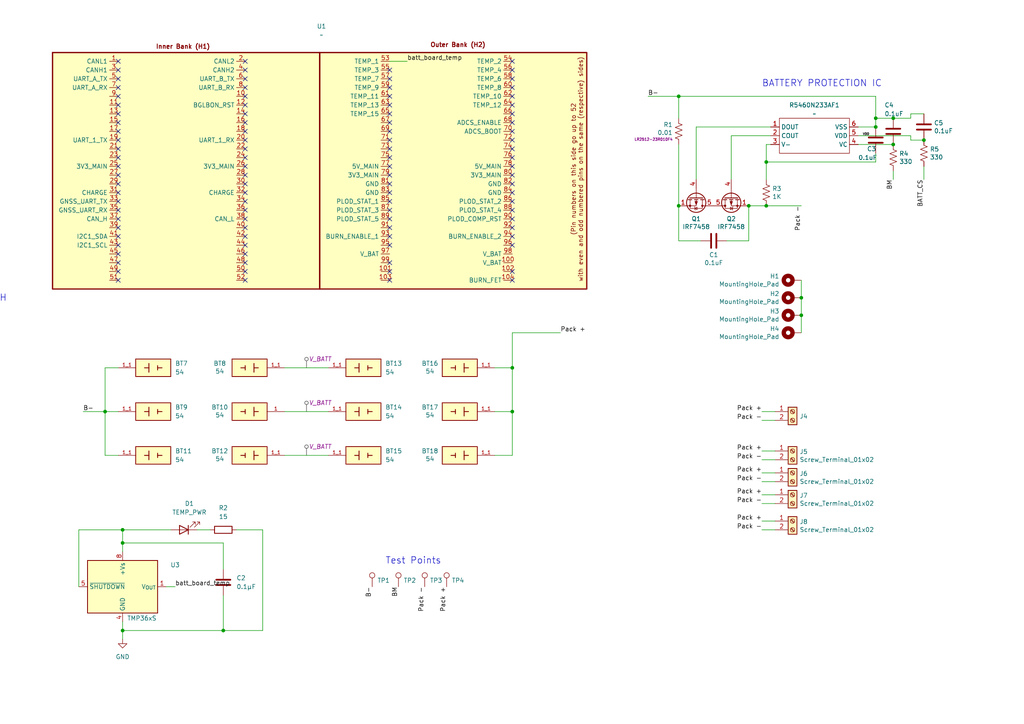
<source format=kicad_sch>
(kicad_sch (version 20231120) (generator "eeschema") (generator_version "8.0")
  (paper "A4")
  (lib_symbols
    (symbol "54 -- Battery clips:54" (pin_names (offset 1.016))
      (property "Reference" "BT" (at -5.08 3.302 0))
      (property "Value" "54" (at -5.08 -10.16 0))
      (symbol "54_0_0"
        (rectangle (start -5.08 2.54) (end 5.08 -2.54) (stroke (width 0.254)) (fill (type background)))
        (polyline (pts (xy -1.27 0) (xy -2.54 0)) (stroke (width 0.254)))
        (polyline (pts (xy -1.27 0) (xy -1.27 -1.27)) (stroke (width 0.254)))
        (polyline (pts (xy -1.27 1.27) (xy -1.27 0)) (stroke (width 0.254)))
        (polyline (pts (xy 1.27 0) (xy 1.27 -0.635)) (stroke (width 0.254)))
        (polyline (pts (xy 1.27 0) (xy 2.54 0)) (stroke (width 0.254)))
        (polyline (pts (xy 1.27 0.635) (xy 1.27 0)) (stroke (width 0.254)))
        (pin passive line (at -10.16 0 0) (length 5.08) (name "~") (number "1_1"))
      )
    )
    (symbol "54_1" (pin_names (offset 1.016))
      (property "Reference" "BT10" (at 8.636 -1.27 0))
      (property "Value" "54" (at 8.636 1.016 0))
      (symbol "54_1_0_0"
        (rectangle (start -5.08 2.54) (end 5.08 -2.54) (stroke (width 0.254)) (fill (type background)))
        (polyline (pts (xy -1.27 0) (xy -2.54 0)) (stroke (width 0.254)))
        (polyline (pts (xy -1.27 0) (xy -1.27 -1.27)) (stroke (width 0.254)))
        (polyline (pts (xy -1.27 1.27) (xy -1.27 0)) (stroke (width 0.254)))
        (polyline (pts (xy 1.27 0) (xy 1.27 -0.635)) (stroke (width 0.254)))
        (polyline (pts (xy 1.27 0) (xy 2.54 0)) (stroke (width 0.254)))
        (polyline (pts (xy 1.27 0.635) (xy 1.27 0)) (stroke (width 0.254)))
        (pin passive line (at -10.16 0 0) (length 5.08) (name "~") (number "1"))
      )
    )
    (symbol "Connector:Screw_Terminal_01x01" (pin_names (offset 1.016) hide)
      (property "Reference" "J" (at 0 2.54 0))
      (property "Value" "Screw_Terminal_01x01" (at 0 -2.54 0))
      (symbol "Screw_Terminal_01x01_1_1"
        (rectangle (start -1.27 1.27) (end 1.27 -1.27) (stroke (width 0.254)) (fill (type background)))
        (polyline (pts (xy -0.5334 0.3302) (xy 0.3302 -0.508)) (stroke (width 0.1524)))
        (polyline (pts (xy -0.3556 0.508) (xy 0.508 -0.3302)) (stroke (width 0.1524)))
        (circle (center 0 0) (radius 0.635) (stroke (width 0.1524)))
        (pin passive line (at -5.08 0 0) (length 3.81) (name "Pin_1") (number "1"))
      )
    )
    (symbol "Connector:Screw_Terminal_01x02" (pin_names (offset 1.016) hide)
      (property "Reference" "J" (at 0 2.54 0))
      (property "Value" "Screw_Terminal_01x02" (at 0 -5.08 0))
      (symbol "Screw_Terminal_01x02_1_1"
        (rectangle (start -1.27 1.27) (end 1.27 -3.81) (stroke (width 0.254)) (fill (type background)))
        (circle (center 0 -2.54) (radius 0.635) (stroke (width 0.1524)))
        (polyline (pts (xy -0.5334 -2.2098) (xy 0.3302 -3.048)) (stroke (width 0.1524)))
        (polyline (pts (xy -0.5334 0.3302) (xy 0.3302 -0.508)) (stroke (width 0.1524)))
        (polyline (pts (xy -0.3556 -2.032) (xy 0.508 -2.8702)) (stroke (width 0.1524)))
        (polyline (pts (xy -0.3556 0.508) (xy 0.508 -0.3302)) (stroke (width 0.1524)))
        (circle (center 0 0) (radius 0.635) (stroke (width 0.1524)))
        (pin passive line (at -5.08 0 0) (length 3.81) (name "Pin_1") (number "1"))
        (pin passive line (at -5.08 -2.54 0) (length 3.81) (name "Pin_2") (number "2"))
      )
    )
    (symbol "Connector:TestPoint" (pin_numbers hide) (pin_names (offset 0.762) hide)
      (property "Reference" "TP" (at 0 6.858 0))
      (property "Value" "TestPoint" (at 0 5.08 0))
      (symbol "TestPoint_0_1"
        (circle (center 0 3.302) (radius 0.762))
      )
      (symbol "TestPoint_1_1"
        (pin passive line (at 0 0 90) (length 2.54) (name "1") (number "1"))
      )
    )
    (symbol "Device:C" (pin_numbers hide) (pin_names (offset 0.254))
      (property "Reference" "C" (at 0.635 2.54 0))
      (property "Value" "C" (at 0.635 -2.54 0))
      (symbol "C_0_1"
        (polyline (pts (xy -2.032 -0.762) (xy 2.032 -0.762)) (stroke (width 0.508)))
        (polyline (pts (xy -2.032 0.762) (xy 2.032 0.762)) (stroke (width 0.508)))
      )
      (symbol "C_1_1"
        (pin passive line (at 0 3.81 270) (length 2.794) (name "~") (number "1"))
        (pin passive line (at 0 -3.81 90) (length 2.794) (name "~") (number "2"))
      )
    )
    (symbol "Device:LED" (pin_numbers hide) (pin_names (offset 1.016) hide)
      (property "Reference" "D" (at 0 2.54 0))
      (property "Value" "LED" (at 0 -2.54 0))
      (symbol "LED_0_1"
        (polyline (pts (xy -1.27 -1.27) (xy -1.27 1.27)) (stroke (width 0.254)))
        (polyline (pts (xy -1.27 0) (xy 1.27 0)))
        (polyline (pts (xy 1.27 -1.27) (xy 1.27 1.27) (xy -1.27 0) (xy 1.27 -1.27)) (stroke (width 0.254)))
        (polyline (pts (xy -3.048 -0.762) (xy -4.572 -2.286) (xy -3.81 -2.286) (xy -4.572 -2.286) (xy -4.572 -1.524)))
        (polyline (pts (xy -1.778 -0.762) (xy -3.302 -2.286) (xy -2.54 -2.286) (xy -3.302 -2.286) (xy -3.302 -1.524)))
      )
      (symbol "LED_1_1"
        (pin passive line (at -3.81 0 0) (length 2.54) (name "K") (number "1"))
        (pin passive line (at 3.81 0 180) (length 2.54) (name "A") (number "2"))
      )
    )
    (symbol "Device:R" (pin_numbers hide) (pin_names (offset 0))
      (property "Reference" "R" (at 2.032 0 90))
      (property "Value" "R" (at 0 0 90))
      (symbol "R_0_1"
        (rectangle (start -1.016 -2.54) (end 1.016 2.54) (stroke (width 0.254)))
      )
      (symbol "R_1_1"
        (pin passive line (at 0 3.81 270) (length 1.27) (name "~") (number "1"))
        (pin passive line (at 0 -3.81 90) (length 1.27) (name "~") (number "2"))
      )
    )
    (symbol "Device:R_US" (pin_numbers hide) (pin_names (offset 0))
      (property "Reference" "R" (at 2.54 0 90))
      (property "Value" "R_US" (at -2.54 0 90))
      (symbol "R_US_0_1"
        (polyline (pts (xy 0 -2.286) (xy 0 -2.54)))
        (polyline (pts (xy 0 2.286) (xy 0 2.54)))
        (polyline (pts (xy 0 -0.762) (xy 1.016 -1.143) (xy 0 -1.524) (xy -1.016 -1.905) (xy 0 -2.286)))
        (polyline (pts (xy 0 0.762) (xy 1.016 0.381) (xy 0 0) (xy -1.016 -0.381) (xy 0 -0.762)))
        (polyline (pts (xy 0 2.286) (xy 1.016 1.905) (xy 0 1.524) (xy -1.016 1.143) (xy 0 0.762)))
      )
      (symbol "R_US_1_1"
        (pin passive line (at 0 3.81 270) (length 1.27) (name "~") (number "1"))
        (pin passive line (at 0 -3.81 90) (length 1.27) (name "~") (number "2"))
      )
    )
    (symbol "Device:Thermistor" (pin_numbers hide) (pin_names (offset 0))
      (property "Reference" "TH" (at 2.54 1.27 90))
      (property "Value" "Thermistor" (at -2.54 0 90))
      (symbol "Thermistor_0_1"
        (rectangle (start -1.016 2.54) (end 1.016 -2.54) (stroke (width 0.2032)))
        (polyline (pts (xy -1.905 3.175) (xy -1.905 1.905) (xy 1.905 -1.905) (xy 1.905 -3.175) (xy 1.905 -3.175)) (stroke (width 0.254)))
      )
      (symbol "Thermistor_1_1"
        (pin passive line (at 0 5.08 270) (length 2.54) (name "~") (number "1"))
        (pin passive line (at 0 -5.08 90) (length 2.54) (name "~") (number "2"))
      )
    )
    (symbol "Mechanical:MountingHole_Pad" (pin_numbers hide) (pin_names (offset 1.016) hide) (exclude_from_sim yes) (in_bom no)
      (property "Reference" "H" (at 0 6.35 0))
      (property "Value" "MountingHole_Pad" (at 0 4.445 0))
      (symbol "MountingHole_Pad_0_1"
        (circle (center 0 1.27) (radius 1.27) (stroke (width 1.27)))
      )
      (symbol "MountingHole_Pad_1_1"
        (pin input line (at 0 -2.54 90) (length 2.54) (name "1") (number "1"))
      )
    )
    (symbol "NewSymbols:R5460N233AF"
      (property "Reference" "R5460N233AF" (at -0.254 7.112 0))
      (symbol "R5460N233AF_0_1"
        (polyline (pts (xy -10.16 5.08) (xy 10.16 5.08) (xy 10.16 -5.08) (xy -10.16 -5.08) (xy -10.16 5.08)))
      )
      (symbol "R5460N233AF_1_1"
        (pin input line (at -12.7 2.54 0) (length 2.54) (name "DOUT") (number "1"))
        (pin input line (at -12.7 0 0) (length 2.54) (name "COUT") (number "2"))
        (pin input line (at -12.7 -2.54 0) (length 2.54) (name "V-") (number "3"))
        (pin input line (at 12.7 -2.54 180) (length 2.54) (name "VC") (number "4"))
        (pin input line (at 12.7 0 180) (length 2.54) (name "VDD") (number "5"))
        (pin input line (at 12.7 2.54 180) (length 2.54) (name "VSS") (number "6"))
      )
    )
    (symbol "PC104:PCI104"
      (property "Reference" "U2" (at 75.946 73.152 0))
      (property "Value" "~" (at 77.47 73.66 0))
      (symbol "PCI104_1_0"
        (pin input line (at 55.88 55.88 180) (length 2.54) (name "") (number "10"))
        (pin input line (at 133.35 7.62 180) (length 2.54) (name "V_BAT") (number "100"))
        (pin input line (at 97.79 5.08 180) (length 2.54) (name "") (number "101"))
        (pin input line (at 133.35 5.08 180) (length 2.54) (name "") (number "102"))
        (pin input line (at 97.79 2.54 180) (length 2.54) (name "") (number "103"))
        (pin input line (at 133.35 2.54 180) (length 2.54) (name "BURN_FET") (number "104"))
        (pin input line (at 19.05 53.34 180) (length 2.54) (name "") (number "11"))
        (pin input line (at 55.88 53.34 180) (length 2.54) (name "BGLBON_RST") (number "12"))
        (pin input line (at 19.05 50.8 180) (length 2.54) (name "") (number "13"))
        (pin input line (at 55.88 50.8 180) (length 2.54) (name "") (number "14"))
        (pin input line (at 19.05 48.26 180) (length 2.54) (name "") (number "15"))
        (pin input line (at 55.88 48.26 180) (length 2.54) (name "") (number "16"))
        (pin input line (at 19.05 45.72 180) (length 2.54) (name "") (number "17"))
        (pin input line (at 55.88 45.72 180) (length 2.54) (name "") (number "18"))
        (pin input line (at 19.05 43.18 180) (length 2.54) (name "UART_1_TX") (number "19"))
        (pin input line (at 55.88 66.04 180) (length 2.54) (name "CANL2") (number "2"))
        (pin input line (at 55.88 43.18 180) (length 2.54) (name "UART_1_RX") (number "20"))
        (pin input line (at 19.05 40.64 180) (length 2.54) (name "") (number "21"))
        (pin input line (at 55.88 40.64 180) (length 2.54) (name "") (number "22"))
        (pin input line (at 19.05 38.1 180) (length 2.54) (name "") (number "23"))
        (pin input line (at 55.88 38.1 180) (length 2.54) (name "") (number "24"))
        (pin input line (at 19.05 35.56 180) (length 2.54) (name "3V3_MAIN") (number "25"))
        (pin input line (at 55.88 35.56 180) (length 2.54) (name "3V3_MAIN") (number "26"))
        (pin input line (at 19.05 33.02 180) (length 2.54) (name "") (number "27"))
        (pin input line (at 55.88 33.02 180) (length 2.54) (name "") (number "28"))
        (pin input line (at 19.05 30.48 180) (length 2.54) (name "") (number "29"))
        (pin input line (at 55.88 30.48 180) (length 2.54) (name "") (number "30"))
        (pin input line (at 19.05 27.94 180) (length 2.54) (name "CHARGE") (number "31"))
        (pin input line (at 55.88 27.94 180) (length 2.54) (name "CHARGE") (number "32"))
        (pin input line (at 19.05 25.4 180) (length 2.54) (name "GNSS_UART_TX") (number "33"))
        (pin input line (at 55.88 25.4 180) (length 2.54) (name "") (number "34"))
        (pin input line (at 19.05 22.86 180) (length 2.54) (name "GNSS_UART_RX") (number "35"))
        (pin input line (at 55.88 22.86 180) (length 2.54) (name "") (number "36"))
        (pin input line (at 19.05 20.32 180) (length 2.54) (name "CAN_H") (number "37"))
        (pin input line (at 55.88 20.32 180) (length 2.54) (name "CAN_L") (number "38"))
        (pin input line (at 19.05 17.78 180) (length 2.54) (name "") (number "39"))
        (pin input line (at 55.88 63.5 180) (length 2.54) (name "CANH2") (number "4"))
        (pin input line (at 55.88 17.78 180) (length 2.54) (name "") (number "40"))
        (pin input line (at 19.05 15.24 180) (length 2.54) (name "I2C1_SDA") (number "41"))
        (pin input line (at 55.88 15.24 180) (length 2.54) (name "") (number "42"))
        (pin input line (at 19.05 12.7 180) (length 2.54) (name "I2C1_SCL") (number "43"))
        (pin input line (at 55.88 12.7 180) (length 2.54) (name "") (number "44"))
        (pin input line (at 19.05 10.16 180) (length 2.54) (name "") (number "45"))
        (pin input line (at 55.88 10.16 180) (length 2.54) (name "") (number "46"))
        (pin input line (at 19.05 7.62 180) (length 2.54) (name "") (number "47"))
        (pin input line (at 55.88 7.62 180) (length 2.54) (name "") (number "48"))
        (pin input line (at 19.05 5.08 180) (length 2.54) (name "") (number "49"))
        (pin input line (at 19.05 60.96 180) (length 2.54) (name "UART_A_TX") (number "5"))
        (pin input line (at 55.88 5.08 180) (length 2.54) (name "") (number "50"))
        (pin input line (at 19.05 2.54 180) (length 2.54) (name "") (number "51"))
        (pin input line (at 55.88 2.54 180) (length 2.54) (name "") (number "52"))
        (pin input line (at 97.79 58.42 180) (length 2.54) (name "TEMP_9") (number "59"))
        (pin input line (at 55.88 60.96 180) (length 2.54) (name "UART_B_TX") (number "6"))
        (pin input line (at 133.35 58.42 180) (length 2.54) (name "TEMP_8") (number "60"))
        (pin input line (at 97.79 55.88 180) (length 2.54) (name "TEMP_11") (number "61"))
        (pin input line (at 133.35 55.88 180) (length 2.54) (name "TEMP_10") (number "62"))
        (pin input line (at 97.79 53.34 180) (length 2.54) (name "TEMP_13") (number "63"))
        (pin input line (at 133.35 53.34 180) (length 2.54) (name "TEMP_12") (number "64"))
        (pin input line (at 97.79 50.8 180) (length 2.54) (name "TEMP_15") (number "65"))
        (pin input line (at 133.35 50.8 180) (length 2.54) (name "") (number "66"))
        (pin input line (at 97.79 48.26 180) (length 2.54) (name "") (number "67"))
        (pin input line (at 133.35 48.26 180) (length 2.54) (name "ADCS_ENABLE") (number "68"))
        (pin input line (at 97.79 45.72 180) (length 2.54) (name "") (number "69"))
        (pin input line (at 19.05 58.42 180) (length 2.54) (name "UART_A_RX") (number "7"))
        (pin input line (at 133.35 45.72 180) (length 2.54) (name "ADCS_BOOT") (number "70"))
        (pin input line (at 97.79 43.18 180) (length 2.54) (name "") (number "71"))
        (pin input line (at 133.35 43.18 180) (length 2.54) (name "") (number "72"))
        (pin input line (at 97.79 40.64 180) (length 2.54) (name "") (number "73"))
        (pin input line (at 133.35 40.64 180) (length 2.54) (name "") (number "74"))
        (pin input line (at 97.79 38.1 180) (length 2.54) (name "") (number "75"))
        (pin input line (at 133.35 38.1 180) (length 2.54) (name "") (number "76"))
        (pin input line (at 97.79 35.56 180) (length 2.54) (name "5V_MAIN") (number "77"))
        (pin input line (at 133.35 35.56 180) (length 2.54) (name "5V_MAIN") (number "78"))
        (pin input line (at 97.79 33.02 180) (length 2.54) (name "3V3_MAIN") (number "79"))
        (pin input line (at 55.88 58.42 180) (length 2.54) (name "UART_B_RX") (number "8"))
        (pin input line (at 133.35 33.02 180) (length 2.54) (name "3V3_MAIN") (number "80"))
        (pin input line (at 97.79 30.48 180) (length 2.54) (name "GND") (number "81"))
        (pin input line (at 133.35 30.48 180) (length 2.54) (name "GND") (number "82"))
        (pin input line (at 97.79 27.94 180) (length 2.54) (name "GND") (number "83"))
        (pin input line (at 133.35 27.94 180) (length 2.54) (name "GND") (number "84"))
        (pin input line (at 97.79 25.4 180) (length 2.54) (name "PLOD_STAT_1") (number "85"))
        (pin input line (at 133.35 25.4 180) (length 2.54) (name "PLOD_STAT_2") (number "86"))
        (pin input line (at 97.79 22.86 180) (length 2.54) (name "PLOD_STAT_3") (number "87"))
        (pin input line (at 133.35 22.86 180) (length 2.54) (name "PLOD_STAT_4") (number "88"))
        (pin input line (at 97.79 20.32 180) (length 2.54) (name "PLOD_STAT_5") (number "89"))
        (pin input line (at 19.05 55.88 180) (length 2.54) (name "") (number "9"))
        (pin input line (at 133.35 20.32 180) (length 2.54) (name "PLOD_COMP_RST") (number "90"))
        (pin input line (at 97.79 17.78 180) (length 2.54) (name "") (number "91"))
        (pin input line (at 133.35 17.78 180) (length 2.54) (name "") (number "92"))
        (pin input line (at 97.79 15.24 180) (length 2.54) (name "BURN_ENABLE_1") (number "93"))
        (pin input line (at 133.35 15.24 180) (length 2.54) (name "BURN_ENABLE_2") (number "94"))
        (pin input line (at 97.79 12.7 180) (length 2.54) (name "") (number "95"))
        (pin input line (at 133.35 12.7 180) (length 2.54) (name "") (number "96"))
        (pin input line (at 97.79 10.16 180) (length 2.54) (name "V_BAT") (number "97"))
        (pin input line (at 133.35 10.16 180) (length 2.54) (name "V_BAT") (number "98"))
        (pin input line (at 97.79 7.62 180) (length 2.54) (name "") (number "99"))
      )
      (symbol "PCI104_1_1"
        (rectangle (start 0 68.58) (end 77.47 0) (stroke (width 0.381)) (fill (type background)))
        (rectangle (start 77.47 68.58) (end 154.94 0) (stroke (width 0.381)) (fill (type background)))
        (text "(Pin numbers on this side go up to 52\nwith even and odd numbered pins on the same (respective) sides)\n\n" (at 153.162 34.798 900) (effects (font (size 1.27 1.27))))
        (text "Inner Bank (H1)" (at 37.846 70.358 0) (effects (font (size 1.27 1.27) (bold yes))))
        (text "Outer Bank (H2)" (at 117.602 70.866 0) (effects (font (size 1.27 1.27) (bold yes))))
        (pin input line (at 19.05 66.04 180) (length 2.54) (name "CANL1") (number "1"))
        (pin input line (at 19.05 63.5 180) (length 2.54) (name "CANH1") (number "3"))
        (pin input line (at 97.79 66.04 180) (length 2.54) (name "TEMP_1") (number "53"))
        (pin input line (at 133.35 66.04 180) (length 2.54) (name "TEMP_2") (number "54"))
        (pin input line (at 97.79 63.5 180) (length 2.54) (name "TEMP_3") (number "55"))
        (pin input line (at 133.35 63.5 180) (length 2.54) (name "TEMP_4") (number "56"))
        (pin input line (at 97.79 60.96 180) (length 2.54) (name "TEMP_7") (number "57"))
        (pin input line (at 133.35 60.96 180) (length 2.54) (name "TEMP_6") (number "58"))
      )
    )
    (symbol "Sensor_Temperature:TMP36xS"
      (property "Reference" "U" (at -8.89 8.89 0))
      (property "Value" "TMP36xS" (at 6.35 -8.89 0))
      (symbol "TMP36xS_0_1"
        (rectangle (start -10.16 7.62) (end 10.16 -7.62) (stroke (width 0.254)) (fill (type background)))
      )
      (symbol "TMP36xS_1_1"
        (pin output line (at 12.7 0 180) (length 2.54) (name "V_{OUT}") (number "1"))
        (pin power_in line (at 0 -10.16 90) (length 2.54) (name "GND") (number "4"))
        (pin input line (at -12.7 0 0) (length 2.54) (name "~{SHUTDOWN}") (number "5"))
        (pin power_in line (at 0 10.16 270) (length 2.54) (name "+Vs") (number "8"))
      )
    )
    (symbol "Transistor_FET:IRF7404" (pin_names hide)
      (property "Reference" "Q" (at 5.08 1.905 0))
      (property "Value" "IRF7404" (at 5.08 0 0))
      (symbol "IRF7404_0_1"
        (polyline (pts (xy 0.254 0) (xy -2.54 0)))
        (polyline (pts (xy 0.254 1.905) (xy 0.254 -1.905)) (stroke (width 0.254)))
        (polyline (pts (xy 0.762 -1.27) (xy 0.762 -2.286)) (stroke (width 0.254)))
        (polyline (pts (xy 0.762 0.508) (xy 0.762 -0.508)) (stroke (width 0.254)))
        (polyline (pts (xy 0.762 2.286) (xy 0.762 1.27)) (stroke (width 0.254)))
        (polyline (pts (xy 2.54 2.54) (xy 2.54 1.778)))
        (polyline (pts (xy 2.54 -2.54) (xy 2.54 0) (xy 0.762 0)))
        (polyline (pts (xy 0.762 1.778) (xy 3.302 1.778) (xy 3.302 -1.778) (xy 0.762 -1.778)))
        (polyline (pts (xy 2.286 0) (xy 1.27 0.381) (xy 1.27 -0.381) (xy 2.286 0)) (fill (type outline)))
        (polyline (pts (xy 2.794 -0.508) (xy 2.921 -0.381) (xy 3.683 -0.381) (xy 3.81 -0.254)))
        (polyline (pts (xy 3.302 -0.381) (xy 2.921 0.254) (xy 3.683 0.254) (xy 3.302 -0.381)))
        (circle (center 1.651 0) (radius 2.794) (stroke (width 0.254)))
        (circle (center 2.54 -1.778) (radius 0.254) (fill (type outline)))
        (circle (center 2.54 1.778) (radius 0.254) (fill (type outline)))
      )
      (symbol "IRF7404_1_1"
        (pin passive line (at 2.54 -5.08 90) (length 2.54) (name "S") (number "1"))
        (pin passive line (at 2.54 -5.08 90) (length 2.54) hide (name "S") (number "2"))
        (pin passive line (at 2.54 -5.08 90) (length 2.54) hide (name "S") (number "3"))
        (pin passive line (at -5.08 0 0) (length 2.54) (name "G") (number "4"))
        (pin passive line (at 2.54 5.08 270) (length 2.54) (name "D") (number "5"))
        (pin passive line (at 2.54 5.08 270) (length 2.54) hide (name "D") (number "6"))
        (pin passive line (at 2.54 5.08 270) (length 2.54) hide (name "D") (number "7"))
        (pin passive line (at 2.54 5.08 270) (length 2.54) hide (name "D") (number "8"))
      )
    )
    (symbol "power:GND" (power) (pin_numbers hide) (pin_names (offset 0) hide)
      (property "Value" "GND" (at 0 -3.81 0))
      (symbol "GND_0_1"
        (polyline (pts (xy 0 0) (xy 0 -1.27) (xy 1.27 -1.27) (xy 0 -2.54) (xy -1.27 -1.27) (xy 0 -1.27)))
      )
      (symbol "GND_1_1"
        (pin power_in line (at 0 0 270) (length 0) (name "~") (number "1"))
      )
    )
  )
  (junction (at 232.41 91.44))
  (junction (at 196.85 27.94))
  (junction (at 148.59 119.38))
  (junction (at 254 36.83))
  (junction (at 222.25 59.69))
  (junction (at 35.56 157.48))
  (junction (at 259.08 34.29))
  (junction (at 217.17 59.69))
  (junction (at 232.41 86.36))
  (junction (at 148.59 106.68))
  (junction (at 267.97 40.64))
  (junction (at 254 34.29))
  (junction (at 196.85 59.69))
  (junction (at 64.77 182.88))
  (junction (at 222.25 46.99))
  (junction (at 35.56 153.67))
  (junction (at 259.08 41.91))
  (junction (at 35.56 182.88))
  (junction (at 30.48 119.38))
  (no_connect (at 34.29 27.94))
  (no_connect (at 148.59 81.28))
  (no_connect (at 113.03 22.86))
  (no_connect (at 148.59 60.96))
  (no_connect (at 113.03 20.32))
  (no_connect (at 71.12 78.74))
  (no_connect (at 71.12 58.42))
  (no_connect (at 34.29 66.04))
  (no_connect (at 34.29 35.56))
  (no_connect (at 71.12 35.56))
  (no_connect (at 148.59 20.32))
  (no_connect (at 113.03 68.58))
  (no_connect (at 113.03 45.72))
  (no_connect (at 113.03 40.64))
  (no_connect (at 148.59 22.86))
  (no_connect (at 148.59 40.64))
  (no_connect (at 113.03 66.04))
  (no_connect (at 148.59 45.72))
  (no_connect (at 148.59 38.1))
  (no_connect (at 71.12 76.2))
  (no_connect (at 71.12 45.72))
  (no_connect (at 148.59 68.58))
  (no_connect (at 71.12 48.26))
  (no_connect (at 113.03 78.74))
  (no_connect (at 71.12 38.1))
  (no_connect (at 71.12 63.5))
  (no_connect (at 113.03 60.96))
  (no_connect (at 113.03 35.56))
  (no_connect (at 148.59 17.78))
  (no_connect (at 71.12 81.28))
  (no_connect (at 148.59 43.18))
  (no_connect (at 148.59 78.74))
  (no_connect (at 34.29 71.12))
  (no_connect (at 148.59 66.04))
  (no_connect (at 148.59 58.42))
  (no_connect (at 34.29 33.02))
  (no_connect (at 71.12 55.88))
  (no_connect (at 148.59 33.02))
  (no_connect (at 71.12 20.32))
  (no_connect (at 34.29 43.18))
  (no_connect (at 34.29 50.8))
  (no_connect (at 71.12 30.48))
  (no_connect (at 71.12 17.78))
  (no_connect (at 113.03 55.88))
  (no_connect (at 34.29 60.96))
  (no_connect (at 148.59 63.5))
  (no_connect (at 113.03 76.2))
  (no_connect (at 71.12 66.04))
  (no_connect (at 71.12 25.4))
  (no_connect (at 113.03 48.26))
  (no_connect (at 113.03 38.1))
  (no_connect (at 148.59 71.12))
  (no_connect (at 34.29 22.86))
  (no_connect (at 113.03 30.48))
  (no_connect (at 71.12 71.12))
  (no_connect (at 34.29 20.32))
  (no_connect (at 148.59 48.26))
  (no_connect (at 34.29 68.58))
  (no_connect (at 148.59 30.48))
  (no_connect (at 34.29 76.2))
  (no_connect (at 148.59 50.8))
  (no_connect (at 34.29 81.28))
  (no_connect (at 148.59 27.94))
  (no_connect (at 71.12 68.58))
  (no_connect (at 34.29 30.48))
  (no_connect (at 71.12 22.86))
  (no_connect (at 113.03 53.34))
  (no_connect (at 71.12 53.34))
  (no_connect (at 113.03 58.42))
  (no_connect (at 34.29 45.72))
  (no_connect (at 34.29 78.74))
  (no_connect (at 34.29 63.5))
  (no_connect (at 148.59 35.56))
  (no_connect (at 113.03 71.12))
  (no_connect (at 113.03 81.28))
  (no_connect (at 71.12 50.8))
  (no_connect (at 113.03 33.02))
  (no_connect (at 148.59 53.34))
  (no_connect (at 148.59 55.88))
  (no_connect (at 113.03 27.94))
  (no_connect (at 71.12 27.94))
  (no_connect (at 34.29 40.64))
  (no_connect (at 34.29 48.26))
  (no_connect (at 113.03 50.8))
  (no_connect (at 71.12 43.18))
  (no_connect (at 34.29 55.88))
  (no_connect (at 34.29 38.1))
  (no_connect (at 71.12 60.96))
  (no_connect (at 71.12 40.64))
  (no_connect (at 71.12 73.66))
  (no_connect (at 34.29 73.66))
  (no_connect (at 113.03 63.5))
  (no_connect (at 113.03 25.4))
  (no_connect (at 71.12 33.02))
  (no_connect (at 34.29 17.78))
  (no_connect (at 148.59 25.4))
  (no_connect (at 34.29 58.42))
  (no_connect (at 113.03 43.18))
  (no_connect (at 34.29 25.4))
  (no_connect (at 34.29 53.34))
  (wire (pts (xy 259.08 52.07) (xy 259.08 49.53)))
  (wire (pts (xy 203.2 69.85) (xy 196.85 69.85)))
  (wire (pts (xy 82.55 132.08) (xy 95.25 132.08)))
  (wire (pts (xy 143.51 106.68) (xy 148.59 106.68)))
  (wire (pts (xy 210.82 69.85) (xy 217.17 69.85)))
  (wire (pts (xy 201.93 36.83) (xy 223.52 36.83)))
  (wire (pts (xy 248.92 41.91) (xy 259.08 41.91)))
  (wire (pts (xy 217.17 59.69) (xy 222.25 59.69)))
  (wire (pts (xy 217.17 69.85) (xy 217.17 59.69)))
  (wire (pts (xy 64.77 172.72) (xy 64.77 182.88)))
  (wire (pts (xy 22.86 170.18) (xy 22.86 153.67)))
  (wire (pts (xy 76.2 153.67) (xy 76.2 182.88)))
  (wire (pts (xy 35.56 157.48) (xy 35.56 153.67)))
  (wire (pts (xy 82.55 119.38) (xy 95.25 119.38)))
  (wire (pts (xy 30.48 106.68) (xy 30.48 119.38)))
  (wire (pts (xy 248.92 36.83) (xy 254 36.83)))
  (wire (pts (xy 220.98 143.51) (xy 224.79 143.51)))
  (wire (pts (xy 35.56 180.34) (xy 35.56 182.88)))
  (wire (pts (xy 232.41 81.28) (xy 232.41 86.36)))
  (wire (pts (xy 201.93 52.07) (xy 201.93 36.83)))
  (wire (pts (xy 60.96 153.67) (xy 57.15 153.67)))
  (wire (pts (xy 148.59 106.68) (xy 148.59 96.52)))
  (wire (pts (xy 254 46.99) (xy 222.25 46.99)))
  (wire (pts (xy 254 44.45) (xy 254 46.99)))
  (wire (pts (xy 64.77 157.48) (xy 64.77 165.1)))
  (wire (pts (xy 212.09 39.37) (xy 223.52 39.37)))
  (wire (pts (xy 148.59 96.52) (xy 162.56 96.52)))
  (wire (pts (xy 34.29 106.68) (xy 30.48 106.68)))
  (wire (pts (xy 24.13 119.38) (xy 30.48 119.38)))
  (wire (pts (xy 143.51 119.38) (xy 148.59 119.38)))
  (wire (pts (xy 35.56 182.88) (xy 35.56 185.42)))
  (wire (pts (xy 232.41 91.44) (xy 232.41 96.52)))
  (wire (pts (xy 30.48 132.08) (xy 34.29 132.08)))
  (wire (pts (xy 30.48 119.38) (xy 34.29 119.38)))
  (wire (pts (xy -55.88 72.39) (xy -52.07 72.39)))
  (wire (pts (xy 220.98 130.81) (xy 224.79 130.81)))
  (wire (pts (xy 254 34.29) (xy 254 36.83)))
  (wire (pts (xy 220.98 139.7) (xy 224.79 139.7)))
  (wire (pts (xy 232.41 86.36) (xy 232.41 91.44)))
  (wire (pts (xy 248.92 39.37) (xy 264.16 39.37)))
  (wire (pts (xy 196.85 27.94) (xy 187.96 27.94)))
  (wire (pts (xy 264.16 39.37) (xy 264.16 40.64)))
  (wire (pts (xy 264.16 40.64) (xy 267.97 40.64)))
  (wire (pts (xy 113.03 17.78) (xy 118.11 17.78)))
  (wire (pts (xy 264.16 33.02) (xy 267.97 33.02)))
  (wire (pts (xy 148.59 119.38) (xy 148.59 132.08)))
  (wire (pts (xy 220.98 121.92) (xy 224.79 121.92)))
  (wire (pts (xy 68.58 153.67) (xy 76.2 153.67)))
  (wire (pts (xy 196.85 69.85) (xy 196.85 59.69)))
  (wire (pts (xy 82.55 106.68) (xy 95.25 106.68)))
  (wire (pts (xy -52.07 55.88) (xy -46.99 55.88)))
  (wire (pts (xy 35.56 153.67) (xy 49.53 153.67)))
  (wire (pts (xy 22.86 153.67) (xy 35.56 153.67)))
  (wire (pts (xy 254 27.94) (xy 196.85 27.94)))
  (wire (pts (xy 48.26 170.18) (xy 50.8 170.18)))
  (wire (pts (xy 220.98 153.67) (xy 224.79 153.67)))
  (wire (pts (xy 212.09 39.37) (xy 212.09 52.07)))
  (wire (pts (xy 64.77 182.88) (xy 76.2 182.88)))
  (wire (pts (xy 222.25 52.07) (xy 222.25 46.99)))
  (wire (pts (xy 222.25 41.91) (xy 223.52 41.91)))
  (wire (pts (xy 30.48 119.38) (xy 30.48 132.08)))
  (wire (pts (xy 220.98 119.38) (xy 224.79 119.38)))
  (wire (pts (xy 64.77 182.88) (xy 35.56 182.88)))
  (wire (pts (xy 264.16 34.29) (xy 264.16 33.02)))
  (wire (pts (xy 232.41 59.69) (xy 222.25 59.69)))
  (wire (pts (xy 220.98 151.13) (xy 224.79 151.13)))
  (wire (pts (xy 220.98 146.05) (xy 224.79 146.05)))
  (wire (pts (xy -50.8 66.04) (xy -46.99 66.04)))
  (wire (pts (xy 259.08 34.29) (xy 264.16 34.29)))
  (wire (pts (xy 196.85 27.94) (xy 196.85 34.29)))
  (wire (pts (xy 148.59 132.08) (xy 143.51 132.08)))
  (wire (pts (xy 35.56 157.48) (xy 64.77 157.48)))
  (wire (pts (xy 148.59 106.68) (xy 148.59 119.38)))
  (wire (pts (xy 220.98 133.35) (xy 224.79 133.35)))
  (wire (pts (xy 254 34.29) (xy 254 27.94)))
  (wire (pts (xy 254 34.29) (xy 259.08 34.29)))
  (wire (pts (xy 222.25 46.99) (xy 222.25 41.91)))
  (wire (pts (xy 220.98 137.16) (xy 224.79 137.16)))
  (wire (pts (xy 196.85 59.69) (xy 196.85 41.91)))
  (wire (pts (xy 267.97 52.07) (xy 267.97 48.26)))
  (wire (pts (xy 35.56 157.48) (xy 35.56 160.02)))
  (text "Vertical or horizontal JST_PH" (at -40.64 87.63 0) (effects (font (size 1.905 1.905)) (justify left bottom)))
  (text "Test Points" (at 111.76 163.83 0) (effects (font (size 1.905 1.905)) (justify left bottom)))
  (text "OPTIONAL" (at -53.34 50.8 0) (effects (font (size 1.905 1.905)) (justify left bottom)))
  (text "BATTERY PROTECTION IC" (at 220.98 25.4 0) (effects (font (size 1.905 1.905)) (justify left bottom)))
  (label "B-" (at 24.13 119.38 0))
  (label "Pack +" (at 220.98 137.16 180))
  (label "BM" (at 115.57 170.18 270))
  (label "Pack -" (at 220.98 133.35 180))
  (label "VDD" (at 250.19 39.37 0) (effects (font (size 0.635 0.635))))
  (label "Pack -" (at 220.98 121.92 180))
  (label "Pack +" (at 162.56 96.52 0))
  (label "Pack +" (at 129.54 170.18 270))
  (label "batt_board_temp" (at 50.8 170.18 0))
  (label "Pack +" (at 220.98 143.51 180))
  (label "Pack +" (at 220.98 119.38 180))
  (label "BM" (at 259.08 52.07 270))
  (label "batt_board_temp" (at 118.11 17.78 0))
  (label "Pack -" (at 232.41 59.69 270))
  (label "Pack -" (at 220.98 146.05 180))
  (label "BATT_CS" (at 267.97 52.07 270))
  (label "Pack -" (at 220.98 153.67 180))
  (label "Pack -" (at 123.19 170.18 270))
  (label "Pack +" (at 220.98 151.13 180))
  (label "B-" (at 187.96 27.94 0))
  (label "Pack -" (at 220.98 139.7 180))
  (label "B-" (at 107.95 170.18 270))
  (label "Pack +" (at 220.98 130.81 180))
  (global_label "PACK-" (shape bidirectional) (at -50.8 66.04 180) (property "Intersheetrefs" "${INTERSHEET_REFS}" (effects (hide yes))))
  (global_label "BAT_THERM" (shape bidirectional) (at -55.88 72.39 180) (property "Intersheetrefs" "${INTERSHEET_REFS}" (effects (hide yes))))
  (global_label "BAT_THERM" (shape bidirectional) (at -52.07 55.88 180) (property "Intersheetrefs" "${INTERSHEET_REFS}" (effects (hide yes))))
  (netclass_flag "" (length 2.54) (shape round) (at 88.9 132.08 0) (property "Netclass" "V_BATT" (at 89.5985 129.54 0) (effects (font (italic yes)) (justify left))))
  (netclass_flag "" (length 2.54) (shape round) (at 88.9 119.38 0) (property "Netclass" "V_BATT" (at 89.5985 116.84 0) (effects (font (italic yes)) (justify left))))
  (netclass_flag "" (length 2.54) (shape round) (at 88.9 106.68 0) (property "Netclass" "V_BATT" (at 89.5985 104.14 0) (effects (font (italic yes)) (justify left))))
  (symbol (lib_id "Connector:Screw_Terminal_01x02") (at 229.87 119.38 0) (unit 1)
    (property "Reference" "J4" (at 231.902 120.7516 0) (effects (justify left)))
    (property "Value" "JST_PH_S2B-PH-SM4" (effects (hide yes)))
    (property "Footprint" "Connector_JST:JST_PH_S2B-PH-SM4-TB_1x02-1MP_P2.00mm_Horizontal" (effects (hide yes)))
  )
  (symbol (lib_id "power:GND") (at 35.56 185.42 0) (unit 1)
    (property "Reference" "#PWR01" (effects (hide yes)))
    (property "Value" "GND" (at 35.56 190.5 0))
    (property "Description" "Power symbol creates a global label with name \"GND\" , ground" (effects (hide yes)))
  )
  (symbol (lib_id "Device:R_US") (at 267.97 44.45 180) (unit 1)
    (property "Reference" "R5" (at 269.6972 43.2816 0) (effects (justify right)))
    (property "Value" "330" (at 269.6972 45.593 0) (effects (justify right)))
    (property "Footprint" "Resistor_SMD:R_0603_1608Metric" (effects (hide yes)))
  )
  (symbol (lib_id "Connector:TestPoint") (at 129.54 170.18 0) (unit 1)
    (property "Reference" "TP4" (at 131.0132 168.3512 0) (effects (justify left)))
    (property "Value" "TestPoint" (effects (hide yes)))
    (property "Footprint" "TestPoint:TestPoint_Loop_D1.80mm_Drill1.0mm_Beaded" (effects (hide yes)))
  )
  (symbol (lib_id "Device:R") (at 64.77 153.67 90) (unit 1)
    (property "Reference" "R2" (at 64.77 147.32 90))
    (property "Value" "15" (at 64.77 149.86 90))
    (property "Footprint" "Resistor_SMD:R_0805_2012Metric" (effects (hide yes)))
    (property "Description" "Red" (effects (hide yes)))
    (property "Wattage" "1/8" (effects (hide yes)))
  )
  (symbol (lib_id "Mechanical:MountingHole_Pad") (at 229.87 96.52 90) (mirror x) (unit 1)
    (property "Reference" "H4" (at 226.06 95.3516 90) (effects (justify left)))
    (property "Value" "MountingHole_Pad" (at 226.06 97.663 90) (effects (justify left)))
    (property "Footprint" "MountingHole:MountingHole_3.2mm_M3_DIN965_Pad" (effects (hide yes)))
  )
  (symbol (lib_id "Connector:Screw_Terminal_01x02") (at 229.87 151.13 0) (unit 1)
    (property "Reference" "J8" (at 231.902 151.3332 0) (effects (justify left)))
    (property "Value" "Screw_Terminal_01x02" (at 231.902 153.6446 0) (effects (justify left)))
    (property "Footprint" "TerminalBlock:TerminalBlock_Altech_AK300-2_P5.00mm" (effects (hide yes)))
  )
  (symbol (lib_id "Connector:Screw_Terminal_01x02") (at 229.87 137.16 0) (unit 1)
    (property "Reference" "J6" (at 231.902 137.3632 0) (effects (justify left)))
    (property "Value" "Screw_Terminal_01x02" (at 231.902 139.6746 0) (effects (justify left)))
    (property "Footprint" "TerminalBlock:TerminalBlock_Altech_AK300-2_P5.00mm" (effects (hide yes)))
  )
  (symbol (lib_id "Device:R_US") (at 196.85 38.1 0) (unit 1)
    (property "Reference" "R1" (at 195.1228 36.1696 0) (effects (justify right)))
    (property "Value" "0.01" (at 195.1228 38.481 0) (effects (justify right)))
    (property "Footprint" "Resistor_SMD:R_2512_6332Metric" (effects (hide yes)))
    (property "PN" "LR2512-23R010F4" (at 195.1228 40.4114 0) (effects (font (size 0.762 0.762)) (justify right)))
  )
  (symbol (lib_id "Device:R_US") (at 222.25 55.88 0) (unit 1)
    (property "Reference" "R3" (at 223.9772 54.7116 0) (effects (justify left)))
    (property "Value" "1K" (at 223.9772 57.023 0) (effects (justify left)))
    (property "Footprint" "Resistor_SMD:R_0603_1608Metric" (effects (hide yes)))
  )
  (symbol (lib_id "Transistor_FET:IRF7404") (at 212.09 57.15 90) (mirror x) (unit 1)
    (property "Reference" "Q2" (at 212.09 63.4746 90))
    (property "Value" "IRF7458" (at 212.09 65.786 90))
    (property "Footprint" "Package_SO:SOIC-8_3.9x4.9mm_P1.27mm" (effects (hide yes)))
    (property "Datasheet" "http://www.infineon.com/dgdl/irf7404.pdf?fileId=5546d462533600a4015355fa2b5b1b9e" (effects (hide yes)))
  )
  (symbol (lib_id "Mechanical:MountingHole_Pad") (at 229.87 86.36 90) (mirror x) (unit 1)
    (property "Reference" "H2" (at 226.06 85.1916 90) (effects (justify left)))
    (property "Value" "MountingHole_Pad" (at 226.06 87.503 90) (effects (justify left)))
    (property "Footprint" "MountingHole:MountingHole_3.2mm_M3_DIN965_Pad" (effects (hide yes)))
  )
  (symbol (lib_id "Transistor_FET:IRF7404") (at 201.93 57.15 270) (unit 1)
    (property "Reference" "Q1" (at 201.93 63.4746 90))
    (property "Value" "IRF7458" (at 201.93 65.786 90))
    (property "Footprint" "Package_SO:SOIC-8_3.9x4.9mm_P1.27mm" (effects (hide yes)))
    (property "Datasheet" "http://www.infineon.com/dgdl/irf7404.pdf?fileId=5546d462533600a4015355fa2b5b1b9e" (effects (hide yes)))
  )
  (symbol (lib_id "Device:C") (at 267.97 36.83 0) (unit 1)
    (property "Reference" "C5" (at 270.891 35.6616 0) (effects (justify left)))
    (property "Value" "0.1uF" (at 270.891 37.973 0) (effects (justify left)))
    (property "Footprint" "Capacitor_SMD:C_0603_1608Metric" (effects (hide yes)))
  )
  (symbol (lib_id "Device:R_US") (at 259.08 45.72 180) (unit 1)
    (property "Reference" "R4" (at 260.8072 44.5516 0) (effects (justify right)))
    (property "Value" "330" (at 260.8072 46.863 0) (effects (justify right)))
    (property "Footprint" "Resistor_SMD:R_0603_1608Metric" (effects (hide yes)))
  )
  (symbol (lib_id "PC104:PCI104") (at 15.24 83.82 0) (unit 1)
    (property "Reference" "U1" (at 93.2589 7.62 0))
    (property "Value" "~" (at 93.2589 10.16 0))
    (property "Footprint" "PC104:PC104ConnectorFootprint (1)" (effects (hide yes)))
  )
  (symbol (lib_id "Connector:TestPoint") (at 115.57 170.18 0) (unit 1)
    (property "Reference" "TP2" (at 117.0432 168.3512 0) (effects (justify left)))
    (property "Value" "TestPoint" (effects (hide yes)))
    (property "Footprint" "TestPoint:TestPoint_Loop_D1.80mm_Drill1.0mm_Beaded" (effects (hide yes)))
  )
  (symbol (lib_id "Mechanical:MountingHole_Pad") (at 229.87 81.28 90) (mirror x) (unit 1)
    (property "Reference" "H1" (at 226.06 80.1116 90) (effects (justify left)))
    (property "Value" "MountingHole_Pad" (at 226.06 82.423 90) (effects (justify left)))
    (property "Footprint" "MountingHole:MountingHole_3.2mm_M3_DIN965_Pad" (effects (hide yes)))
  )
  (symbol (lib_id "54 -- Battery clips:54") (at 72.39 106.68 180) (unit 1)
    (property "Reference" "BT8" (at 63.754 105.41 0))
    (property "Value" "54" (at 63.754 107.696 0))
    (property "Footprint" "Battery 54:BAT_254TR" (effects (hide yes)))
    (property "PARTREV" "E" (effects (hide yes)))
    (property "STANDARD" "Manufacturer Recommendations" (effects (hide yes)))
    (property "MAXIMUM_PACKAGE_HEIGHT" "18.3mm" (effects (hide yes)))
    (property "MANUFACTURER" "Keystone Electronics" (effects (hide yes)))
  )
  (symbol (lib_id "54 -- Battery clips:54") (at 44.45 119.38 0) (unit 1)
    (property "Reference" "BT9" (at 50.8 118.1099 0) (effects (justify left)))
    (property "Value" "54" (at 50.8 120.6499 0) (effects (justify left)))
    (property "Footprint" "Battery 54:BAT_254TR" (effects (hide yes)))
    (property "PARTREV" "E" (effects (hide yes)))
    (property "STANDARD" "Manufacturer Recommendations" (effects (hide yes)))
    (property "MAXIMUM_PACKAGE_HEIGHT" "18.3mm" (effects (hide yes)))
    (property "MANUFACTURER" "Keystone Electronics" (effects (hide yes)))
  )
  (symbol (lib_id "NewSymbols:R5460N233AF") (at 236.22 39.37 0) (unit 1)
    (property "Reference" "R5460N233AF1" (at 236.22 30.48 0))
    (property "Value" "~" (at 236.22 33.02 0))
    (property "Footprint" "Connector_PinHeader_2.54mm:PinHeader_2x03_P2.54mm_Vertical_SMD" (effects (hide yes)))
  )
  (symbol (lib_id "54 -- Battery clips:54") (at 133.35 119.38 180) (unit 1)
    (property "Reference" "BT17" (at 124.714 118.11 0))
    (property "Value" "54" (at 124.714 120.396 0))
    (property "Footprint" "Battery 54:BAT_254TR" (effects (hide yes)))
    (property "PARTREV" "E" (effects (hide yes)))
    (property "STANDARD" "Manufacturer Recommendations" (effects (hide yes)))
    (property "MAXIMUM_PACKAGE_HEIGHT" "18.3mm" (effects (hide yes)))
    (property "MANUFACTURER" "Keystone Electronics" (effects (hide yes)))
  )
  (symbol (lib_id "54 -- Battery clips:54") (at 105.41 119.38 0) (unit 1)
    (property "Reference" "BT14" (at 111.76 118.1099 0) (effects (justify left)))
    (property "Value" "54" (at 111.76 120.6499 0) (effects (justify left)))
    (property "Footprint" "Battery 54:BAT_254TR" (effects (hide yes)))
    (property "PARTREV" "E" (effects (hide yes)))
    (property "STANDARD" "Manufacturer Recommendations" (effects (hide yes)))
    (property "MAXIMUM_PACKAGE_HEIGHT" "18.3mm" (effects (hide yes)))
    (property "MANUFACTURER" "Keystone Electronics" (effects (hide yes)))
  )
  (symbol (lib_id "Connector:Screw_Terminal_01x01") (at -46.99 72.39 0) (unit 1)
    (property "Reference" "J3" (at -44.958 71.3232 0) (effects (justify left)))
    (property "Value" "Screw_Terminal_01x01" (at -44.958 73.6346 0) (effects (justify left)))
    (property "Footprint" "Connector_PinHeader_1.00mm:PinHeader_1x01_P1.00mm_Vertical" (effects (hide yes)))
  )
  (symbol (lib_id "Connector:TestPoint") (at 123.19 170.18 0) (unit 1)
    (property "Reference" "TP3" (at 124.6632 168.3512 0) (effects (justify left)))
    (property "Value" "TestPoint" (effects (hide yes)))
    (property "Footprint" "TestPoint:TestPoint_Loop_D1.80mm_Drill1.0mm_Beaded" (effects (hide yes)))
  )
  (symbol (lib_id "54 -- Battery clips:54") (at 105.41 132.08 0) (unit 1)
    (property "Reference" "BT15" (at 111.76 130.8099 0) (effects (justify left)))
    (property "Value" "54" (at 111.76 133.3499 0) (effects (justify left)))
    (property "Footprint" "Battery 54:BAT_254TR" (effects (hide yes)))
    (property "PARTREV" "E" (effects (hide yes)))
    (property "STANDARD" "Manufacturer Recommendations" (effects (hide yes)))
    (property "MAXIMUM_PACKAGE_HEIGHT" "18.3mm" (effects (hide yes)))
    (property "MANUFACTURER" "Keystone Electronics" (effects (hide yes)))
  )
  (symbol (lib_id "Device:C") (at 254 40.64 0) (unit 1)
    (property "Reference" "C3" (at 251.46 43.18 0) (effects (justify left)))
    (property "Value" "0.1uF" (at 248.92 45.72 0) (effects (justify left)))
    (property "Footprint" "Capacitor_SMD:C_0603_1608Metric" (effects (hide yes)))
  )
  (symbol (lib_id "Device:LED") (at 53.34 153.67 180) (unit 1)
    (property "Reference" "D1" (at 54.9275 146.05 0))
    (property "Value" "TEMP_PWR" (at 54.9275 148.59 0))
    (property "Footprint" "LED_SMD:LED_0805_2012Metric" (effects (hide yes)))
    (property "Description" "Light emitting diode" (effects (hide yes)))
  )
  (symbol (lib_id "Connector:Screw_Terminal_01x02") (at 229.87 143.51 0) (unit 1)
    (property "Reference" "J7" (at 231.902 143.7132 0) (effects (justify left)))
    (property "Value" "Screw_Terminal_01x02" (at 231.902 146.0246 0) (effects (justify left)))
    (property "Footprint" "TerminalBlock:TerminalBlock_Altech_AK300-2_P5.00mm" (effects (hide yes)))
  )
  (symbol (lib_id "Connector:Screw_Terminal_01x02") (at 229.87 130.81 0) (unit 1)
    (property "Reference" "J5" (at 231.902 131.0132 0) (effects (justify left)))
    (property "Value" "Screw_Terminal_01x02" (at 231.902 133.3246 0) (effects (justify left)))
    (property "Footprint" "TerminalBlock:TerminalBlock_Altech_AK300-2_P5.00mm" (effects (hide yes)))
  )
  (symbol (lib_id "54 -- Battery clips:54") (at 44.45 106.68 0) (unit 1)
    (property "Reference" "BT7" (at 50.8 105.4099 0) (effects (justify left)))
    (property "Value" "54" (at 50.8 107.9499 0) (effects (justify left)))
    (property "Footprint" "Battery 54:BAT_254TR" (effects (hide yes)))
    (property "PARTREV" "E" (effects (hide yes)))
    (property "STANDARD" "Manufacturer Recommendations" (effects (hide yes)))
    (property "MAXIMUM_PACKAGE_HEIGHT" "18.3mm" (effects (hide yes)))
    (property "MANUFACTURER" "Keystone Electronics" (effects (hide yes)))
  )
  (symbol (lib_id "54 -- Battery clips:54") (at 105.41 106.68 0) (unit 1)
    (property "Reference" "BT13" (at 111.76 105.4099 0) (effects (justify left)))
    (property "Value" "54" (at 111.76 107.9499 0) (effects (justify left)))
    (property "Footprint" "Battery 54:BAT_254TR" (effects (hide yes)))
    (property "PARTREV" "E" (effects (hide yes)))
    (property "STANDARD" "Manufacturer Recommendations" (effects (hide yes)))
    (property "MAXIMUM_PACKAGE_HEIGHT" "18.3mm" (effects (hide yes)))
    (property "MANUFACTURER" "Keystone Electronics" (effects (hide yes)))
  )
  (symbol (lib_id "54 -- Battery clips:54") (at 133.35 132.08 180) (unit 1)
    (property "Reference" "BT18" (at 124.714 130.81 0))
    (property "Value" "54" (at 124.714 133.096 0))
    (property "Footprint" "Battery 54:BAT_254TR" (effects (hide yes)))
    (property "PARTREV" "E" (effects (hide yes)))
    (property "STANDARD" "Manufacturer Recommendations" (effects (hide yes)))
    (property "MAXIMUM_PACKAGE_HEIGHT" "18.3mm" (effects (hide yes)))
    (property "MANUFACTURER" "Keystone Electronics" (effects (hide yes)))
  )
  (symbol (lib_name "54_1") (lib_id "54 -- Battery clips:54") (at 72.39 119.38 180) (unit 1)
    (property "Reference" "BT10" (at 63.754 118.11 0))
    (property "Value" "54" (at 63.754 120.396 0))
    (property "Footprint" "Battery 54:BAT_254TR" (effects (hide yes)))
    (property "PARTREV" "E" (effects (hide yes)))
    (property "STANDARD" "Manufacturer Recommendations" (effects (hide yes)))
    (property "MAXIMUM_PACKAGE_HEIGHT" "18.3mm" (effects (hide yes)))
    (property "MANUFACTURER" "Keystone Electronics" (effects (hide yes)))
  )
  (symbol (lib_id "Sensor_Temperature:TMP36xS") (at 35.56 170.18 0) (unit 1)
    (property "Reference" "U3" (at 50.8 163.8614 0))
    (property "Value" "TMP36xS" (at 41.148 179.324 0))
    (property "Footprint" "Package_SO:SOIC-8_3.9x4.9mm_P1.27mm" (effects (hide yes)))
    (property "Datasheet" "https://www.analog.com/media/en/technical-documentation/data-sheets/TMP35_36_37.pdf" (effects (hide yes)))
    (property "Description" "Low Voltage Temperature Sensor, SOIC-8" (effects (hide yes)))
  )
  (symbol (lib_id "Connector:TestPoint") (at 107.95 170.18 0) (unit 1)
    (property "Reference" "TP1" (at 109.4232 168.3512 0) (effects (justify left)))
    (property "Value" "TestPoint" (effects (hide yes)))
    (property "Footprint" "TestPoint:TestPoint_Loop_D1.80mm_Drill1.0mm_Beaded" (effects (hide yes)))
  )
  (symbol (lib_id "54 -- Battery clips:54") (at 44.45 132.08 0) (unit 1)
    (property "Reference" "BT11" (at 50.8 130.8099 0) (effects (justify left)))
    (property "Value" "54" (at 50.8 133.3499 0) (effects (justify left)))
    (property "Footprint" "Battery 54:BAT_254TR" (effects (hide yes)))
    (property "PARTREV" "E" (effects (hide yes)))
    (property "STANDARD" "Manufacturer Recommendations" (effects (hide yes)))
    (property "MAXIMUM_PACKAGE_HEIGHT" "18.3mm" (effects (hide yes)))
    (property "MANUFACTURER" "Keystone Electronics" (effects (hide yes)))
  )
  (symbol (lib_id "Device:C") (at 259.08 38.1 0) (unit 1)
    (property "Reference" "C4" (at 256.54 30.48 0) (effects (justify left)))
    (property "Value" "0.1uF" (at 256.54 33.02 0) (effects (justify left)))
    (property "Footprint" "Capacitor_SMD:C_0603_1608Metric" (effects (hide yes)))
  )
  (symbol (lib_id "Device:C") (at 207.01 69.85 90) (unit 1)
    (property "Reference" "C1" (at 207.01 73.914 90))
    (property "Value" "0.1uF" (at 207.01 76.2254 90))
    (property "Footprint" "Capacitor_SMD:C_0603_1608Metric" (effects (hide yes)))
  )
  (symbol (lib_id "54 -- Battery clips:54") (at 133.35 106.68 180) (unit 1)
    (property "Reference" "BT16" (at 124.714 105.41 0))
    (property "Value" "54" (at 124.714 107.696 0))
    (property "Footprint" "Battery 54:BAT_254TR" (effects (hide yes)))
    (property "PARTREV" "E" (effects (hide yes)))
    (property "STANDARD" "Manufacturer Recommendations" (effects (hide yes)))
    (property "MAXIMUM_PACKAGE_HEIGHT" "18.3mm" (effects (hide yes)))
    (property "MANUFACTURER" "Keystone Electronics" (effects (hide yes)))
  )
  (symbol (lib_id "Device:Thermistor") (at -46.99 60.96 0) (unit 1)
    (property "Reference" "TH1" (at -44.323 59.7916 0) (effects (justify left)))
    (property "Value" "Thermistor" (at -44.323 62.103 0) (effects (justify left)))
    (property "Footprint" "Resistor_THT:R_Axial_DIN0204_L3.6mm_D1.6mm_P5.08mm_Vertical" (effects (hide yes)))
  )
  (symbol (lib_id "Mechanical:MountingHole_Pad") (at 229.87 91.44 90) (mirror x) (unit 1)
    (property "Reference" "H3" (at 226.06 90.2716 90) (effects (justify left)))
    (property "Value" "MountingHole_Pad" (at 226.06 92.583 90) (effects (justify left)))
    (property "Footprint" "MountingHole:MountingHole_3.2mm_M3_DIN965_Pad" (effects (hide yes)))
  )
  (symbol (lib_id "Device:C") (at 64.77 168.91 0) (unit 1)
    (property "Reference" "C2" (at 68.58 167.6399 0) (effects (justify left)))
    (property "Value" "0.1µF" (at 68.58 170.1799 0) (effects (justify left)))
    (property "Footprint" "Capacitor_SMD:C_0805_2012Metric" (effects (hide yes)))
    (property "Description" "Unpolarized capacitor" (effects (hide yes)))
  )
  (symbol (lib_id "54 -- Battery clips:54") (at 72.39 132.08 180) (unit 1)
    (property "Reference" "BT12" (at 63.754 130.81 0))
    (property "Value" "54" (at 63.754 133.096 0))
    (property "Footprint" "Battery 54:BAT_254TR" (effects (hide yes)))
    (property "PARTREV" "E" (effects (hide yes)))
    (property "STANDARD" "Manufacturer Recommendations" (effects (hide yes)))
    (property "MAXIMUM_PACKAGE_HEIGHT" "18.3mm" (effects (hide yes)))
    (property "MANUFACTURER" "Keystone Electronics" (effects (hide yes)))
  )
)
</source>
